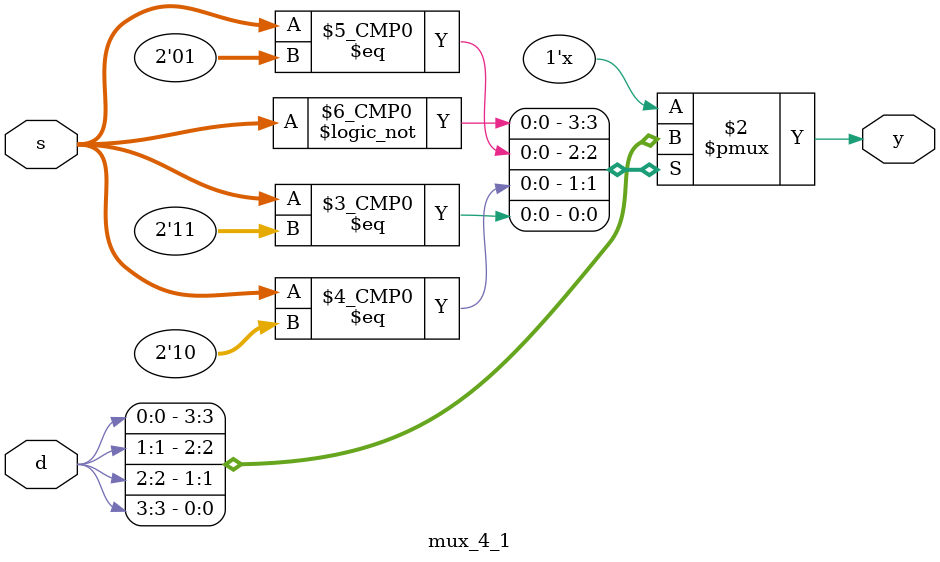
<source format=v>
`timescale 1ns / 1ps


module mux_4_1(y, d, s);
input [3:0]d;
input [1:0]s;
output reg y;
           
        always@(*)begin
              case(s)
                2'b00 : y = d[0];
                2'b01 : y = d[1];
                2'b10 : y = d[2];
                2'b11 : y = d[3];
                default : y = 1'b0;
              endcase
         end
endmodule
</source>
